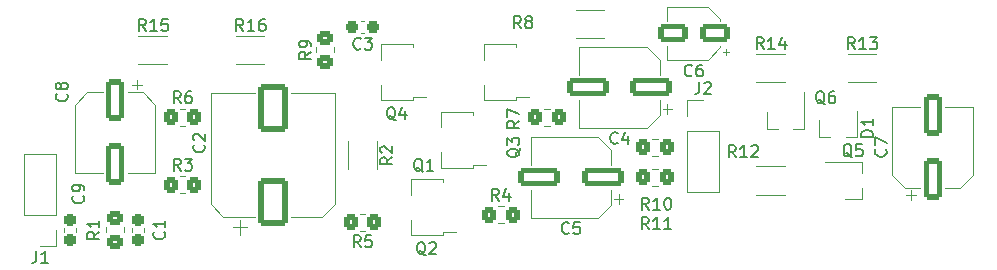
<source format=gto>
%TF.GenerationSoftware,KiCad,Pcbnew,(6.0.1)*%
%TF.CreationDate,2022-02-18T16:05:50+00:00*%
%TF.ProjectId,Microphone Booster,4d696372-6f70-4686-9f6e-6520426f6f73,rev?*%
%TF.SameCoordinates,Original*%
%TF.FileFunction,Legend,Top*%
%TF.FilePolarity,Positive*%
%FSLAX46Y46*%
G04 Gerber Fmt 4.6, Leading zero omitted, Abs format (unit mm)*
G04 Created by KiCad (PCBNEW (6.0.1)) date 2022-02-18 16:05:50*
%MOMM*%
%LPD*%
G01*
G04 APERTURE LIST*
G04 Aperture macros list*
%AMRoundRect*
0 Rectangle with rounded corners*
0 $1 Rounding radius*
0 $2 $3 $4 $5 $6 $7 $8 $9 X,Y pos of 4 corners*
0 Add a 4 corners polygon primitive as box body*
4,1,4,$2,$3,$4,$5,$6,$7,$8,$9,$2,$3,0*
0 Add four circle primitives for the rounded corners*
1,1,$1+$1,$2,$3*
1,1,$1+$1,$4,$5*
1,1,$1+$1,$6,$7*
1,1,$1+$1,$8,$9*
0 Add four rect primitives between the rounded corners*
20,1,$1+$1,$2,$3,$4,$5,0*
20,1,$1+$1,$4,$5,$6,$7,0*
20,1,$1+$1,$6,$7,$8,$9,0*
20,1,$1+$1,$8,$9,$2,$3,0*%
%AMFreePoly0*
4,1,9,5.362500,-0.866500,1.237500,-0.866500,1.237500,-0.450000,-1.237500,-0.450000,-1.237500,0.450000,1.237500,0.450000,1.237500,0.866500,5.362500,0.866500,5.362500,-0.866500,5.362500,-0.866500,$1*%
G04 Aperture macros list end*
%ADD10C,0.150000*%
%ADD11C,0.120000*%
%ADD12R,0.800000X1.900000*%
%ADD13R,1.900000X0.800000*%
%ADD14RoundRect,0.250000X1.050000X0.550000X-1.050000X0.550000X-1.050000X-0.550000X1.050000X-0.550000X0*%
%ADD15R,1.700000X1.700000*%
%ADD16O,1.700000X1.700000*%
%ADD17R,2.100000X2.600000*%
%ADD18RoundRect,0.250000X-0.350000X-0.450000X0.350000X-0.450000X0.350000X0.450000X-0.350000X0.450000X0*%
%ADD19RoundRect,0.250000X0.450000X-0.350000X0.450000X0.350000X-0.450000X0.350000X-0.450000X-0.350000X0*%
%ADD20RoundRect,0.250000X0.350000X0.450000X-0.350000X0.450000X-0.350000X-0.450000X0.350000X-0.450000X0*%
%ADD21R,2.600000X2.100000*%
%ADD22RoundRect,0.250000X-0.450000X0.350000X-0.450000X-0.350000X0.450000X-0.350000X0.450000X0.350000X0*%
%ADD23R,2.300000X0.900000*%
%ADD24FreePoly0,180.000000*%
%ADD25R,0.800000X0.900000*%
%ADD26RoundRect,0.237500X0.237500X-0.300000X0.237500X0.300000X-0.237500X0.300000X-0.237500X-0.300000X0*%
%ADD27RoundRect,0.250000X-0.550000X1.500000X-0.550000X-1.500000X0.550000X-1.500000X0.550000X1.500000X0*%
%ADD28RoundRect,0.250000X0.550000X-1.500000X0.550000X1.500000X-0.550000X1.500000X-0.550000X-1.500000X0*%
%ADD29RoundRect,0.250000X1.500000X0.550000X-1.500000X0.550000X-1.500000X-0.550000X1.500000X-0.550000X0*%
%ADD30RoundRect,0.237500X0.300000X0.237500X-0.300000X0.237500X-0.300000X-0.237500X0.300000X-0.237500X0*%
%ADD31RoundRect,0.250000X1.000000X-1.750000X1.000000X1.750000X-1.000000X1.750000X-1.000000X-1.750000X0*%
G04 APERTURE END LIST*
D10*
%TO.C,Q6*%
X123729761Y-73191619D02*
X123634523Y-73144000D01*
X123539285Y-73048761D01*
X123396428Y-72905904D01*
X123301190Y-72858285D01*
X123205952Y-72858285D01*
X123253571Y-73096380D02*
X123158333Y-73048761D01*
X123063095Y-72953523D01*
X123015476Y-72763047D01*
X123015476Y-72429714D01*
X123063095Y-72239238D01*
X123158333Y-72144000D01*
X123253571Y-72096380D01*
X123444047Y-72096380D01*
X123539285Y-72144000D01*
X123634523Y-72239238D01*
X123682142Y-72429714D01*
X123682142Y-72763047D01*
X123634523Y-72953523D01*
X123539285Y-73048761D01*
X123444047Y-73096380D01*
X123253571Y-73096380D01*
X124539285Y-72096380D02*
X124348809Y-72096380D01*
X124253571Y-72144000D01*
X124205952Y-72191619D01*
X124110714Y-72334476D01*
X124063095Y-72524952D01*
X124063095Y-72905904D01*
X124110714Y-73001142D01*
X124158333Y-73048761D01*
X124253571Y-73096380D01*
X124444047Y-73096380D01*
X124539285Y-73048761D01*
X124586904Y-73001142D01*
X124634523Y-72905904D01*
X124634523Y-72667809D01*
X124586904Y-72572571D01*
X124539285Y-72524952D01*
X124444047Y-72477333D01*
X124253571Y-72477333D01*
X124158333Y-72524952D01*
X124110714Y-72572571D01*
X124063095Y-72667809D01*
%TO.C,Q5*%
X126044761Y-77692619D02*
X125949523Y-77645000D01*
X125854285Y-77549761D01*
X125711428Y-77406904D01*
X125616190Y-77359285D01*
X125520952Y-77359285D01*
X125568571Y-77597380D02*
X125473333Y-77549761D01*
X125378095Y-77454523D01*
X125330476Y-77264047D01*
X125330476Y-76930714D01*
X125378095Y-76740238D01*
X125473333Y-76645000D01*
X125568571Y-76597380D01*
X125759047Y-76597380D01*
X125854285Y-76645000D01*
X125949523Y-76740238D01*
X125997142Y-76930714D01*
X125997142Y-77264047D01*
X125949523Y-77454523D01*
X125854285Y-77549761D01*
X125759047Y-77597380D01*
X125568571Y-77597380D01*
X126901904Y-76597380D02*
X126425714Y-76597380D01*
X126378095Y-77073571D01*
X126425714Y-77025952D01*
X126520952Y-76978333D01*
X126759047Y-76978333D01*
X126854285Y-77025952D01*
X126901904Y-77073571D01*
X126949523Y-77168809D01*
X126949523Y-77406904D01*
X126901904Y-77502142D01*
X126854285Y-77549761D01*
X126759047Y-77597380D01*
X126520952Y-77597380D01*
X126425714Y-77549761D01*
X126378095Y-77502142D01*
%TO.C,C6*%
X112482333Y-70740142D02*
X112434714Y-70787761D01*
X112291857Y-70835380D01*
X112196619Y-70835380D01*
X112053761Y-70787761D01*
X111958523Y-70692523D01*
X111910904Y-70597285D01*
X111863285Y-70406809D01*
X111863285Y-70263952D01*
X111910904Y-70073476D01*
X111958523Y-69978238D01*
X112053761Y-69883000D01*
X112196619Y-69835380D01*
X112291857Y-69835380D01*
X112434714Y-69883000D01*
X112482333Y-69930619D01*
X113339476Y-69835380D02*
X113149000Y-69835380D01*
X113053761Y-69883000D01*
X113006142Y-69930619D01*
X112910904Y-70073476D01*
X112863285Y-70263952D01*
X112863285Y-70644904D01*
X112910904Y-70740142D01*
X112958523Y-70787761D01*
X113053761Y-70835380D01*
X113244238Y-70835380D01*
X113339476Y-70787761D01*
X113387095Y-70740142D01*
X113434714Y-70644904D01*
X113434714Y-70406809D01*
X113387095Y-70311571D01*
X113339476Y-70263952D01*
X113244238Y-70216333D01*
X113053761Y-70216333D01*
X112958523Y-70263952D01*
X112910904Y-70311571D01*
X112863285Y-70406809D01*
%TO.C,J2*%
X113106666Y-71322380D02*
X113106666Y-72036666D01*
X113059047Y-72179523D01*
X112963809Y-72274761D01*
X112820952Y-72322380D01*
X112725714Y-72322380D01*
X113535238Y-71417619D02*
X113582857Y-71370000D01*
X113678095Y-71322380D01*
X113916190Y-71322380D01*
X114011428Y-71370000D01*
X114059047Y-71417619D01*
X114106666Y-71512857D01*
X114106666Y-71608095D01*
X114059047Y-71750952D01*
X113487619Y-72322380D01*
X114106666Y-72322380D01*
%TO.C,J1*%
X56976666Y-85602380D02*
X56976666Y-86316666D01*
X56929047Y-86459523D01*
X56833809Y-86554761D01*
X56690952Y-86602380D01*
X56595714Y-86602380D01*
X57976666Y-86602380D02*
X57405238Y-86602380D01*
X57690952Y-86602380D02*
X57690952Y-85602380D01*
X57595714Y-85745238D01*
X57500476Y-85840476D01*
X57405238Y-85888095D01*
%TO.C,R16*%
X74497142Y-66982380D02*
X74163809Y-66506190D01*
X73925714Y-66982380D02*
X73925714Y-65982380D01*
X74306666Y-65982380D01*
X74401904Y-66030000D01*
X74449523Y-66077619D01*
X74497142Y-66172857D01*
X74497142Y-66315714D01*
X74449523Y-66410952D01*
X74401904Y-66458571D01*
X74306666Y-66506190D01*
X73925714Y-66506190D01*
X75449523Y-66982380D02*
X74878095Y-66982380D01*
X75163809Y-66982380D02*
X75163809Y-65982380D01*
X75068571Y-66125238D01*
X74973333Y-66220476D01*
X74878095Y-66268095D01*
X76306666Y-65982380D02*
X76116190Y-65982380D01*
X76020952Y-66030000D01*
X75973333Y-66077619D01*
X75878095Y-66220476D01*
X75830476Y-66410952D01*
X75830476Y-66791904D01*
X75878095Y-66887142D01*
X75925714Y-66934761D01*
X76020952Y-66982380D01*
X76211428Y-66982380D01*
X76306666Y-66934761D01*
X76354285Y-66887142D01*
X76401904Y-66791904D01*
X76401904Y-66553809D01*
X76354285Y-66458571D01*
X76306666Y-66410952D01*
X76211428Y-66363333D01*
X76020952Y-66363333D01*
X75925714Y-66410952D01*
X75878095Y-66458571D01*
X75830476Y-66553809D01*
%TO.C,R15*%
X66242142Y-66982380D02*
X65908809Y-66506190D01*
X65670714Y-66982380D02*
X65670714Y-65982380D01*
X66051666Y-65982380D01*
X66146904Y-66030000D01*
X66194523Y-66077619D01*
X66242142Y-66172857D01*
X66242142Y-66315714D01*
X66194523Y-66410952D01*
X66146904Y-66458571D01*
X66051666Y-66506190D01*
X65670714Y-66506190D01*
X67194523Y-66982380D02*
X66623095Y-66982380D01*
X66908809Y-66982380D02*
X66908809Y-65982380D01*
X66813571Y-66125238D01*
X66718333Y-66220476D01*
X66623095Y-66268095D01*
X68099285Y-65982380D02*
X67623095Y-65982380D01*
X67575476Y-66458571D01*
X67623095Y-66410952D01*
X67718333Y-66363333D01*
X67956428Y-66363333D01*
X68051666Y-66410952D01*
X68099285Y-66458571D01*
X68146904Y-66553809D01*
X68146904Y-66791904D01*
X68099285Y-66887142D01*
X68051666Y-66934761D01*
X67956428Y-66982380D01*
X67718333Y-66982380D01*
X67623095Y-66934761D01*
X67575476Y-66887142D01*
%TO.C,R14*%
X118562142Y-68522380D02*
X118228809Y-68046190D01*
X117990714Y-68522380D02*
X117990714Y-67522380D01*
X118371666Y-67522380D01*
X118466904Y-67570000D01*
X118514523Y-67617619D01*
X118562142Y-67712857D01*
X118562142Y-67855714D01*
X118514523Y-67950952D01*
X118466904Y-67998571D01*
X118371666Y-68046190D01*
X117990714Y-68046190D01*
X119514523Y-68522380D02*
X118943095Y-68522380D01*
X119228809Y-68522380D02*
X119228809Y-67522380D01*
X119133571Y-67665238D01*
X119038333Y-67760476D01*
X118943095Y-67808095D01*
X120371666Y-67855714D02*
X120371666Y-68522380D01*
X120133571Y-67474761D02*
X119895476Y-68189047D01*
X120514523Y-68189047D01*
%TO.C,R13*%
X126272142Y-68522380D02*
X125938809Y-68046190D01*
X125700714Y-68522380D02*
X125700714Y-67522380D01*
X126081666Y-67522380D01*
X126176904Y-67570000D01*
X126224523Y-67617619D01*
X126272142Y-67712857D01*
X126272142Y-67855714D01*
X126224523Y-67950952D01*
X126176904Y-67998571D01*
X126081666Y-68046190D01*
X125700714Y-68046190D01*
X127224523Y-68522380D02*
X126653095Y-68522380D01*
X126938809Y-68522380D02*
X126938809Y-67522380D01*
X126843571Y-67665238D01*
X126748333Y-67760476D01*
X126653095Y-67808095D01*
X127557857Y-67522380D02*
X128176904Y-67522380D01*
X127843571Y-67903333D01*
X127986428Y-67903333D01*
X128081666Y-67950952D01*
X128129285Y-67998571D01*
X128176904Y-68093809D01*
X128176904Y-68331904D01*
X128129285Y-68427142D01*
X128081666Y-68474761D01*
X127986428Y-68522380D01*
X127700714Y-68522380D01*
X127605476Y-68474761D01*
X127557857Y-68427142D01*
%TO.C,R12*%
X116197142Y-77668380D02*
X115863809Y-77192190D01*
X115625714Y-77668380D02*
X115625714Y-76668380D01*
X116006666Y-76668380D01*
X116101904Y-76716000D01*
X116149523Y-76763619D01*
X116197142Y-76858857D01*
X116197142Y-77001714D01*
X116149523Y-77096952D01*
X116101904Y-77144571D01*
X116006666Y-77192190D01*
X115625714Y-77192190D01*
X117149523Y-77668380D02*
X116578095Y-77668380D01*
X116863809Y-77668380D02*
X116863809Y-76668380D01*
X116768571Y-76811238D01*
X116673333Y-76906476D01*
X116578095Y-76954095D01*
X117530476Y-76763619D02*
X117578095Y-76716000D01*
X117673333Y-76668380D01*
X117911428Y-76668380D01*
X118006666Y-76716000D01*
X118054285Y-76763619D01*
X118101904Y-76858857D01*
X118101904Y-76954095D01*
X118054285Y-77096952D01*
X117482857Y-77668380D01*
X118101904Y-77668380D01*
%TO.C,R11*%
X108831142Y-83764380D02*
X108497809Y-83288190D01*
X108259714Y-83764380D02*
X108259714Y-82764380D01*
X108640666Y-82764380D01*
X108735904Y-82812000D01*
X108783523Y-82859619D01*
X108831142Y-82954857D01*
X108831142Y-83097714D01*
X108783523Y-83192952D01*
X108735904Y-83240571D01*
X108640666Y-83288190D01*
X108259714Y-83288190D01*
X109783523Y-83764380D02*
X109212095Y-83764380D01*
X109497809Y-83764380D02*
X109497809Y-82764380D01*
X109402571Y-82907238D01*
X109307333Y-83002476D01*
X109212095Y-83050095D01*
X110735904Y-83764380D02*
X110164476Y-83764380D01*
X110450190Y-83764380D02*
X110450190Y-82764380D01*
X110354952Y-82907238D01*
X110259714Y-83002476D01*
X110164476Y-83050095D01*
%TO.C,R10*%
X108831142Y-82113380D02*
X108497809Y-81637190D01*
X108259714Y-82113380D02*
X108259714Y-81113380D01*
X108640666Y-81113380D01*
X108735904Y-81161000D01*
X108783523Y-81208619D01*
X108831142Y-81303857D01*
X108831142Y-81446714D01*
X108783523Y-81541952D01*
X108735904Y-81589571D01*
X108640666Y-81637190D01*
X108259714Y-81637190D01*
X109783523Y-82113380D02*
X109212095Y-82113380D01*
X109497809Y-82113380D02*
X109497809Y-81113380D01*
X109402571Y-81256238D01*
X109307333Y-81351476D01*
X109212095Y-81399095D01*
X110402571Y-81113380D02*
X110497809Y-81113380D01*
X110593047Y-81161000D01*
X110640666Y-81208619D01*
X110688285Y-81303857D01*
X110735904Y-81494333D01*
X110735904Y-81732428D01*
X110688285Y-81922904D01*
X110640666Y-82018142D01*
X110593047Y-82065761D01*
X110497809Y-82113380D01*
X110402571Y-82113380D01*
X110307333Y-82065761D01*
X110259714Y-82018142D01*
X110212095Y-81922904D01*
X110164476Y-81732428D01*
X110164476Y-81494333D01*
X110212095Y-81303857D01*
X110259714Y-81208619D01*
X110307333Y-81161000D01*
X110402571Y-81113380D01*
%TO.C,R9*%
X80242380Y-68746666D02*
X79766190Y-69080000D01*
X80242380Y-69318095D02*
X79242380Y-69318095D01*
X79242380Y-68937142D01*
X79290000Y-68841904D01*
X79337619Y-68794285D01*
X79432857Y-68746666D01*
X79575714Y-68746666D01*
X79670952Y-68794285D01*
X79718571Y-68841904D01*
X79766190Y-68937142D01*
X79766190Y-69318095D01*
X80242380Y-68270476D02*
X80242380Y-68080000D01*
X80194761Y-67984761D01*
X80147142Y-67937142D01*
X80004285Y-67841904D01*
X79813809Y-67794285D01*
X79432857Y-67794285D01*
X79337619Y-67841904D01*
X79290000Y-67889523D01*
X79242380Y-67984761D01*
X79242380Y-68175238D01*
X79290000Y-68270476D01*
X79337619Y-68318095D01*
X79432857Y-68365714D01*
X79670952Y-68365714D01*
X79766190Y-68318095D01*
X79813809Y-68270476D01*
X79861428Y-68175238D01*
X79861428Y-67984761D01*
X79813809Y-67889523D01*
X79766190Y-67841904D01*
X79670952Y-67794285D01*
%TO.C,R8*%
X98004333Y-66746380D02*
X97671000Y-66270190D01*
X97432904Y-66746380D02*
X97432904Y-65746380D01*
X97813857Y-65746380D01*
X97909095Y-65794000D01*
X97956714Y-65841619D01*
X98004333Y-65936857D01*
X98004333Y-66079714D01*
X97956714Y-66174952D01*
X97909095Y-66222571D01*
X97813857Y-66270190D01*
X97432904Y-66270190D01*
X98575761Y-66174952D02*
X98480523Y-66127333D01*
X98432904Y-66079714D01*
X98385285Y-65984476D01*
X98385285Y-65936857D01*
X98432904Y-65841619D01*
X98480523Y-65794000D01*
X98575761Y-65746380D01*
X98766238Y-65746380D01*
X98861476Y-65794000D01*
X98909095Y-65841619D01*
X98956714Y-65936857D01*
X98956714Y-65984476D01*
X98909095Y-66079714D01*
X98861476Y-66127333D01*
X98766238Y-66174952D01*
X98575761Y-66174952D01*
X98480523Y-66222571D01*
X98432904Y-66270190D01*
X98385285Y-66365428D01*
X98385285Y-66555904D01*
X98432904Y-66651142D01*
X98480523Y-66698761D01*
X98575761Y-66746380D01*
X98766238Y-66746380D01*
X98861476Y-66698761D01*
X98909095Y-66651142D01*
X98956714Y-66555904D01*
X98956714Y-66365428D01*
X98909095Y-66270190D01*
X98861476Y-66222571D01*
X98766238Y-66174952D01*
%TO.C,R7*%
X97861380Y-74588666D02*
X97385190Y-74922000D01*
X97861380Y-75160095D02*
X96861380Y-75160095D01*
X96861380Y-74779142D01*
X96909000Y-74683904D01*
X96956619Y-74636285D01*
X97051857Y-74588666D01*
X97194714Y-74588666D01*
X97289952Y-74636285D01*
X97337571Y-74683904D01*
X97385190Y-74779142D01*
X97385190Y-75160095D01*
X96861380Y-74255333D02*
X96861380Y-73588666D01*
X97861380Y-74017238D01*
%TO.C,R6*%
X69208333Y-73097380D02*
X68875000Y-72621190D01*
X68636904Y-73097380D02*
X68636904Y-72097380D01*
X69017857Y-72097380D01*
X69113095Y-72145000D01*
X69160714Y-72192619D01*
X69208333Y-72287857D01*
X69208333Y-72430714D01*
X69160714Y-72525952D01*
X69113095Y-72573571D01*
X69017857Y-72621190D01*
X68636904Y-72621190D01*
X70065476Y-72097380D02*
X69875000Y-72097380D01*
X69779761Y-72145000D01*
X69732142Y-72192619D01*
X69636904Y-72335476D01*
X69589285Y-72525952D01*
X69589285Y-72906904D01*
X69636904Y-73002142D01*
X69684523Y-73049761D01*
X69779761Y-73097380D01*
X69970238Y-73097380D01*
X70065476Y-73049761D01*
X70113095Y-73002142D01*
X70160714Y-72906904D01*
X70160714Y-72668809D01*
X70113095Y-72573571D01*
X70065476Y-72525952D01*
X69970238Y-72478333D01*
X69779761Y-72478333D01*
X69684523Y-72525952D01*
X69636904Y-72573571D01*
X69589285Y-72668809D01*
%TO.C,R5*%
X84448333Y-85287380D02*
X84115000Y-84811190D01*
X83876904Y-85287380D02*
X83876904Y-84287380D01*
X84257857Y-84287380D01*
X84353095Y-84335000D01*
X84400714Y-84382619D01*
X84448333Y-84477857D01*
X84448333Y-84620714D01*
X84400714Y-84715952D01*
X84353095Y-84763571D01*
X84257857Y-84811190D01*
X83876904Y-84811190D01*
X85353095Y-84287380D02*
X84876904Y-84287380D01*
X84829285Y-84763571D01*
X84876904Y-84715952D01*
X84972142Y-84668333D01*
X85210238Y-84668333D01*
X85305476Y-84715952D01*
X85353095Y-84763571D01*
X85400714Y-84858809D01*
X85400714Y-85096904D01*
X85353095Y-85192142D01*
X85305476Y-85239761D01*
X85210238Y-85287380D01*
X84972142Y-85287380D01*
X84876904Y-85239761D01*
X84829285Y-85192142D01*
%TO.C,R4*%
X96148333Y-81352380D02*
X95815000Y-80876190D01*
X95576904Y-81352380D02*
X95576904Y-80352380D01*
X95957857Y-80352380D01*
X96053095Y-80400000D01*
X96100714Y-80447619D01*
X96148333Y-80542857D01*
X96148333Y-80685714D01*
X96100714Y-80780952D01*
X96053095Y-80828571D01*
X95957857Y-80876190D01*
X95576904Y-80876190D01*
X97005476Y-80685714D02*
X97005476Y-81352380D01*
X96767380Y-80304761D02*
X96529285Y-81019047D01*
X97148333Y-81019047D01*
%TO.C,R3*%
X69208333Y-78812380D02*
X68875000Y-78336190D01*
X68636904Y-78812380D02*
X68636904Y-77812380D01*
X69017857Y-77812380D01*
X69113095Y-77860000D01*
X69160714Y-77907619D01*
X69208333Y-78002857D01*
X69208333Y-78145714D01*
X69160714Y-78240952D01*
X69113095Y-78288571D01*
X69017857Y-78336190D01*
X68636904Y-78336190D01*
X69541666Y-77812380D02*
X70160714Y-77812380D01*
X69827380Y-78193333D01*
X69970238Y-78193333D01*
X70065476Y-78240952D01*
X70113095Y-78288571D01*
X70160714Y-78383809D01*
X70160714Y-78621904D01*
X70113095Y-78717142D01*
X70065476Y-78764761D01*
X69970238Y-78812380D01*
X69684523Y-78812380D01*
X69589285Y-78764761D01*
X69541666Y-78717142D01*
%TO.C,R2*%
X87117380Y-77686666D02*
X86641190Y-78020000D01*
X87117380Y-78258095D02*
X86117380Y-78258095D01*
X86117380Y-77877142D01*
X86165000Y-77781904D01*
X86212619Y-77734285D01*
X86307857Y-77686666D01*
X86450714Y-77686666D01*
X86545952Y-77734285D01*
X86593571Y-77781904D01*
X86641190Y-77877142D01*
X86641190Y-78258095D01*
X86212619Y-77305714D02*
X86165000Y-77258095D01*
X86117380Y-77162857D01*
X86117380Y-76924761D01*
X86165000Y-76829523D01*
X86212619Y-76781904D01*
X86307857Y-76734285D01*
X86403095Y-76734285D01*
X86545952Y-76781904D01*
X87117380Y-77353333D01*
X87117380Y-76734285D01*
%TO.C,R1*%
X62301380Y-83986666D02*
X61825190Y-84320000D01*
X62301380Y-84558095D02*
X61301380Y-84558095D01*
X61301380Y-84177142D01*
X61349000Y-84081904D01*
X61396619Y-84034285D01*
X61491857Y-83986666D01*
X61634714Y-83986666D01*
X61729952Y-84034285D01*
X61777571Y-84081904D01*
X61825190Y-84177142D01*
X61825190Y-84558095D01*
X62301380Y-83034285D02*
X62301380Y-83605714D01*
X62301380Y-83320000D02*
X61301380Y-83320000D01*
X61444238Y-83415238D01*
X61539476Y-83510476D01*
X61587095Y-83605714D01*
%TO.C,Q4*%
X87394761Y-74532619D02*
X87299523Y-74485000D01*
X87204285Y-74389761D01*
X87061428Y-74246904D01*
X86966190Y-74199285D01*
X86870952Y-74199285D01*
X86918571Y-74437380D02*
X86823333Y-74389761D01*
X86728095Y-74294523D01*
X86680476Y-74104047D01*
X86680476Y-73770714D01*
X86728095Y-73580238D01*
X86823333Y-73485000D01*
X86918571Y-73437380D01*
X87109047Y-73437380D01*
X87204285Y-73485000D01*
X87299523Y-73580238D01*
X87347142Y-73770714D01*
X87347142Y-74104047D01*
X87299523Y-74294523D01*
X87204285Y-74389761D01*
X87109047Y-74437380D01*
X86918571Y-74437380D01*
X88204285Y-73770714D02*
X88204285Y-74437380D01*
X87966190Y-73389761D02*
X87728095Y-74104047D01*
X88347142Y-74104047D01*
%TO.C,Q3*%
X97956619Y-76930238D02*
X97909000Y-77025476D01*
X97813761Y-77120714D01*
X97670904Y-77263571D01*
X97623285Y-77358809D01*
X97623285Y-77454047D01*
X97861380Y-77406428D02*
X97813761Y-77501666D01*
X97718523Y-77596904D01*
X97528047Y-77644523D01*
X97194714Y-77644523D01*
X97004238Y-77596904D01*
X96909000Y-77501666D01*
X96861380Y-77406428D01*
X96861380Y-77215952D01*
X96909000Y-77120714D01*
X97004238Y-77025476D01*
X97194714Y-76977857D01*
X97528047Y-76977857D01*
X97718523Y-77025476D01*
X97813761Y-77120714D01*
X97861380Y-77215952D01*
X97861380Y-77406428D01*
X96861380Y-76644523D02*
X96861380Y-76025476D01*
X97242333Y-76358809D01*
X97242333Y-76215952D01*
X97289952Y-76120714D01*
X97337571Y-76073095D01*
X97432809Y-76025476D01*
X97670904Y-76025476D01*
X97766142Y-76073095D01*
X97813761Y-76120714D01*
X97861380Y-76215952D01*
X97861380Y-76501666D01*
X97813761Y-76596904D01*
X97766142Y-76644523D01*
%TO.C,Q2*%
X89934761Y-85962619D02*
X89839523Y-85915000D01*
X89744285Y-85819761D01*
X89601428Y-85676904D01*
X89506190Y-85629285D01*
X89410952Y-85629285D01*
X89458571Y-85867380D02*
X89363333Y-85819761D01*
X89268095Y-85724523D01*
X89220476Y-85534047D01*
X89220476Y-85200714D01*
X89268095Y-85010238D01*
X89363333Y-84915000D01*
X89458571Y-84867380D01*
X89649047Y-84867380D01*
X89744285Y-84915000D01*
X89839523Y-85010238D01*
X89887142Y-85200714D01*
X89887142Y-85534047D01*
X89839523Y-85724523D01*
X89744285Y-85819761D01*
X89649047Y-85867380D01*
X89458571Y-85867380D01*
X90268095Y-84962619D02*
X90315714Y-84915000D01*
X90410952Y-84867380D01*
X90649047Y-84867380D01*
X90744285Y-84915000D01*
X90791904Y-84962619D01*
X90839523Y-85057857D01*
X90839523Y-85153095D01*
X90791904Y-85295952D01*
X90220476Y-85867380D01*
X90839523Y-85867380D01*
%TO.C,Q1*%
X89693761Y-78906619D02*
X89598523Y-78859000D01*
X89503285Y-78763761D01*
X89360428Y-78620904D01*
X89265190Y-78573285D01*
X89169952Y-78573285D01*
X89217571Y-78811380D02*
X89122333Y-78763761D01*
X89027095Y-78668523D01*
X88979476Y-78478047D01*
X88979476Y-78144714D01*
X89027095Y-77954238D01*
X89122333Y-77859000D01*
X89217571Y-77811380D01*
X89408047Y-77811380D01*
X89503285Y-77859000D01*
X89598523Y-77954238D01*
X89646142Y-78144714D01*
X89646142Y-78478047D01*
X89598523Y-78668523D01*
X89503285Y-78763761D01*
X89408047Y-78811380D01*
X89217571Y-78811380D01*
X90598523Y-78811380D02*
X90027095Y-78811380D01*
X90312809Y-78811380D02*
X90312809Y-77811380D01*
X90217571Y-77954238D01*
X90122333Y-78049476D01*
X90027095Y-78097095D01*
%TO.C,D1*%
X127822380Y-75938095D02*
X126822380Y-75938095D01*
X126822380Y-75700000D01*
X126870000Y-75557142D01*
X126965238Y-75461904D01*
X127060476Y-75414285D01*
X127250952Y-75366666D01*
X127393809Y-75366666D01*
X127584285Y-75414285D01*
X127679523Y-75461904D01*
X127774761Y-75557142D01*
X127822380Y-75700000D01*
X127822380Y-75938095D01*
X127822380Y-74414285D02*
X127822380Y-74985714D01*
X127822380Y-74700000D02*
X126822380Y-74700000D01*
X126965238Y-74795238D01*
X127060476Y-74890476D01*
X127108095Y-74985714D01*
%TO.C,C9*%
X60936142Y-80938666D02*
X60983761Y-80986285D01*
X61031380Y-81129142D01*
X61031380Y-81224380D01*
X60983761Y-81367238D01*
X60888523Y-81462476D01*
X60793285Y-81510095D01*
X60602809Y-81557714D01*
X60459952Y-81557714D01*
X60269476Y-81510095D01*
X60174238Y-81462476D01*
X60079000Y-81367238D01*
X60031380Y-81224380D01*
X60031380Y-81129142D01*
X60079000Y-80986285D01*
X60126619Y-80938666D01*
X61031380Y-80462476D02*
X61031380Y-80272000D01*
X60983761Y-80176761D01*
X60936142Y-80129142D01*
X60793285Y-80033904D01*
X60602809Y-79986285D01*
X60221857Y-79986285D01*
X60126619Y-80033904D01*
X60079000Y-80081523D01*
X60031380Y-80176761D01*
X60031380Y-80367238D01*
X60079000Y-80462476D01*
X60126619Y-80510095D01*
X60221857Y-80557714D01*
X60459952Y-80557714D01*
X60555190Y-80510095D01*
X60602809Y-80462476D01*
X60650428Y-80367238D01*
X60650428Y-80176761D01*
X60602809Y-80081523D01*
X60555190Y-80033904D01*
X60459952Y-79986285D01*
%TO.C,C8*%
X59539142Y-72302666D02*
X59586761Y-72350285D01*
X59634380Y-72493142D01*
X59634380Y-72588380D01*
X59586761Y-72731238D01*
X59491523Y-72826476D01*
X59396285Y-72874095D01*
X59205809Y-72921714D01*
X59062952Y-72921714D01*
X58872476Y-72874095D01*
X58777238Y-72826476D01*
X58682000Y-72731238D01*
X58634380Y-72588380D01*
X58634380Y-72493142D01*
X58682000Y-72350285D01*
X58729619Y-72302666D01*
X59062952Y-71731238D02*
X59015333Y-71826476D01*
X58967714Y-71874095D01*
X58872476Y-71921714D01*
X58824857Y-71921714D01*
X58729619Y-71874095D01*
X58682000Y-71826476D01*
X58634380Y-71731238D01*
X58634380Y-71540761D01*
X58682000Y-71445523D01*
X58729619Y-71397904D01*
X58824857Y-71350285D01*
X58872476Y-71350285D01*
X58967714Y-71397904D01*
X59015333Y-71445523D01*
X59062952Y-71540761D01*
X59062952Y-71731238D01*
X59110571Y-71826476D01*
X59158190Y-71874095D01*
X59253428Y-71921714D01*
X59443904Y-71921714D01*
X59539142Y-71874095D01*
X59586761Y-71826476D01*
X59634380Y-71731238D01*
X59634380Y-71540761D01*
X59586761Y-71445523D01*
X59539142Y-71397904D01*
X59443904Y-71350285D01*
X59253428Y-71350285D01*
X59158190Y-71397904D01*
X59110571Y-71445523D01*
X59062952Y-71540761D01*
%TO.C,C7*%
X128882142Y-77001666D02*
X128929761Y-77049285D01*
X128977380Y-77192142D01*
X128977380Y-77287380D01*
X128929761Y-77430238D01*
X128834523Y-77525476D01*
X128739285Y-77573095D01*
X128548809Y-77620714D01*
X128405952Y-77620714D01*
X128215476Y-77573095D01*
X128120238Y-77525476D01*
X128025000Y-77430238D01*
X127977380Y-77287380D01*
X127977380Y-77192142D01*
X128025000Y-77049285D01*
X128072619Y-77001666D01*
X127977380Y-76668333D02*
X127977380Y-76001666D01*
X128977380Y-76430238D01*
%TO.C,C5*%
X102068333Y-84082142D02*
X102020714Y-84129761D01*
X101877857Y-84177380D01*
X101782619Y-84177380D01*
X101639761Y-84129761D01*
X101544523Y-84034523D01*
X101496904Y-83939285D01*
X101449285Y-83748809D01*
X101449285Y-83605952D01*
X101496904Y-83415476D01*
X101544523Y-83320238D01*
X101639761Y-83225000D01*
X101782619Y-83177380D01*
X101877857Y-83177380D01*
X102020714Y-83225000D01*
X102068333Y-83272619D01*
X102973095Y-83177380D02*
X102496904Y-83177380D01*
X102449285Y-83653571D01*
X102496904Y-83605952D01*
X102592142Y-83558333D01*
X102830238Y-83558333D01*
X102925476Y-83605952D01*
X102973095Y-83653571D01*
X103020714Y-83748809D01*
X103020714Y-83986904D01*
X102973095Y-84082142D01*
X102925476Y-84129761D01*
X102830238Y-84177380D01*
X102592142Y-84177380D01*
X102496904Y-84129761D01*
X102449285Y-84082142D01*
%TO.C,C4*%
X106198333Y-76462142D02*
X106150714Y-76509761D01*
X106007857Y-76557380D01*
X105912619Y-76557380D01*
X105769761Y-76509761D01*
X105674523Y-76414523D01*
X105626904Y-76319285D01*
X105579285Y-76128809D01*
X105579285Y-75985952D01*
X105626904Y-75795476D01*
X105674523Y-75700238D01*
X105769761Y-75605000D01*
X105912619Y-75557380D01*
X106007857Y-75557380D01*
X106150714Y-75605000D01*
X106198333Y-75652619D01*
X107055476Y-75890714D02*
X107055476Y-76557380D01*
X106817380Y-75509761D02*
X106579285Y-76224047D01*
X107198333Y-76224047D01*
%TO.C,C3*%
X84448333Y-68462142D02*
X84400714Y-68509761D01*
X84257857Y-68557380D01*
X84162619Y-68557380D01*
X84019761Y-68509761D01*
X83924523Y-68414523D01*
X83876904Y-68319285D01*
X83829285Y-68128809D01*
X83829285Y-67985952D01*
X83876904Y-67795476D01*
X83924523Y-67700238D01*
X84019761Y-67605000D01*
X84162619Y-67557380D01*
X84257857Y-67557380D01*
X84400714Y-67605000D01*
X84448333Y-67652619D01*
X84781666Y-67557380D02*
X85400714Y-67557380D01*
X85067380Y-67938333D01*
X85210238Y-67938333D01*
X85305476Y-67985952D01*
X85353095Y-68033571D01*
X85400714Y-68128809D01*
X85400714Y-68366904D01*
X85353095Y-68462142D01*
X85305476Y-68509761D01*
X85210238Y-68557380D01*
X84924523Y-68557380D01*
X84829285Y-68509761D01*
X84781666Y-68462142D01*
%TO.C,C2*%
X71152142Y-76620666D02*
X71199761Y-76668285D01*
X71247380Y-76811142D01*
X71247380Y-76906380D01*
X71199761Y-77049238D01*
X71104523Y-77144476D01*
X71009285Y-77192095D01*
X70818809Y-77239714D01*
X70675952Y-77239714D01*
X70485476Y-77192095D01*
X70390238Y-77144476D01*
X70295000Y-77049238D01*
X70247380Y-76906380D01*
X70247380Y-76811142D01*
X70295000Y-76668285D01*
X70342619Y-76620666D01*
X70342619Y-76239714D02*
X70295000Y-76192095D01*
X70247380Y-76096857D01*
X70247380Y-75858761D01*
X70295000Y-75763523D01*
X70342619Y-75715904D01*
X70437857Y-75668285D01*
X70533095Y-75668285D01*
X70675952Y-75715904D01*
X71247380Y-76287333D01*
X71247380Y-75668285D01*
%TO.C,C1*%
X67794142Y-83986666D02*
X67841761Y-84034285D01*
X67889380Y-84177142D01*
X67889380Y-84272380D01*
X67841761Y-84415238D01*
X67746523Y-84510476D01*
X67651285Y-84558095D01*
X67460809Y-84605714D01*
X67317952Y-84605714D01*
X67127476Y-84558095D01*
X67032238Y-84510476D01*
X66937000Y-84415238D01*
X66889380Y-84272380D01*
X66889380Y-84177142D01*
X66937000Y-84034285D01*
X66984619Y-83986666D01*
X67889380Y-83034285D02*
X67889380Y-83605714D01*
X67889380Y-83320000D02*
X66889380Y-83320000D01*
X67032238Y-83415238D01*
X67127476Y-83510476D01*
X67175095Y-83605714D01*
D11*
%TO.C,Q6*%
X122005000Y-75325000D02*
X122005000Y-72165000D01*
X118845000Y-75325000D02*
X118845000Y-73865000D01*
X118845000Y-75325000D02*
X119775000Y-75325000D01*
X122005000Y-75325000D02*
X121075000Y-75325000D01*
%TO.C,Q5*%
X126900000Y-78065000D02*
X123740000Y-78065000D01*
X126900000Y-81225000D02*
X125440000Y-81225000D01*
X126900000Y-81225000D02*
X126900000Y-80295000D01*
X126900000Y-78065000D02*
X126900000Y-78995000D01*
%TO.C,C6*%
X114909000Y-65987437D02*
X113844563Y-64923000D01*
X110389000Y-64923000D02*
X110389000Y-66123000D01*
X110389000Y-69443000D02*
X110389000Y-68243000D01*
X113844563Y-64923000D02*
X110389000Y-64923000D01*
X114909000Y-68378563D02*
X114909000Y-68243000D01*
X113844563Y-69443000D02*
X110389000Y-69443000D01*
X115399000Y-68993000D02*
X115399000Y-68493000D01*
X114909000Y-65987437D02*
X114909000Y-66123000D01*
X115649000Y-68743000D02*
X115149000Y-68743000D01*
X114909000Y-68378563D02*
X113844563Y-69443000D01*
%TO.C,J2*%
X112110000Y-80610000D02*
X114770000Y-80610000D01*
X112110000Y-75470000D02*
X112110000Y-80610000D01*
X112110000Y-74200000D02*
X112110000Y-72870000D01*
X114770000Y-75470000D02*
X114770000Y-80610000D01*
X112110000Y-72870000D02*
X113440000Y-72870000D01*
X112110000Y-75470000D02*
X114770000Y-75470000D01*
%TO.C,J1*%
X58640000Y-82550000D02*
X55980000Y-82550000D01*
X58640000Y-85150000D02*
X57310000Y-85150000D01*
X55980000Y-82550000D02*
X55980000Y-77410000D01*
X58640000Y-83820000D02*
X58640000Y-85150000D01*
X58640000Y-82550000D02*
X58640000Y-77410000D01*
X58640000Y-77410000D02*
X55980000Y-77410000D01*
%TO.C,R16*%
X76290000Y-69780000D02*
X73890000Y-69780000D01*
X76290000Y-67380000D02*
X73890000Y-67380000D01*
%TO.C,R15*%
X68035000Y-67380000D02*
X65635000Y-67380000D01*
X68035000Y-69780000D02*
X65635000Y-69780000D01*
%TO.C,R14*%
X120355000Y-68920000D02*
X117955000Y-68920000D01*
X120355000Y-71320000D02*
X117955000Y-71320000D01*
%TO.C,R13*%
X128065000Y-68920000D02*
X125665000Y-68920000D01*
X128065000Y-71320000D02*
X125665000Y-71320000D01*
%TO.C,R12*%
X120355000Y-78445000D02*
X117955000Y-78445000D01*
X120355000Y-80845000D02*
X117955000Y-80845000D01*
%TO.C,R11*%
X109152936Y-78640000D02*
X109607064Y-78640000D01*
X109152936Y-80110000D02*
X109607064Y-80110000D01*
%TO.C,R10*%
X109152936Y-77570000D02*
X109607064Y-77570000D01*
X109152936Y-76100000D02*
X109607064Y-76100000D01*
%TO.C,R9*%
X80705000Y-68807064D02*
X80705000Y-68352936D01*
X82175000Y-68807064D02*
X82175000Y-68352936D01*
%TO.C,R8*%
X105086000Y-65221000D02*
X102686000Y-65221000D01*
X105086000Y-67621000D02*
X102686000Y-67621000D01*
%TO.C,R7*%
X100447064Y-73560000D02*
X99992936Y-73560000D01*
X100447064Y-75030000D02*
X99992936Y-75030000D01*
%TO.C,R6*%
X69147936Y-73560000D02*
X69602064Y-73560000D01*
X69147936Y-75030000D02*
X69602064Y-75030000D01*
%TO.C,R5*%
X84842064Y-83920000D02*
X84387936Y-83920000D01*
X84842064Y-82450000D02*
X84387936Y-82450000D01*
%TO.C,R4*%
X96087936Y-81815000D02*
X96542064Y-81815000D01*
X96087936Y-83285000D02*
X96542064Y-83285000D01*
%TO.C,R3*%
X69147936Y-79275000D02*
X69602064Y-79275000D01*
X69147936Y-80745000D02*
X69602064Y-80745000D01*
%TO.C,R2*%
X83415000Y-78670000D02*
X83415000Y-76270000D01*
X85815000Y-78670000D02*
X85815000Y-76270000D01*
%TO.C,R1*%
X62925000Y-83592936D02*
X62925000Y-84047064D01*
X64395000Y-83592936D02*
X64395000Y-84047064D01*
%TO.C,Q4*%
X89990000Y-72615000D02*
X88850000Y-72615000D01*
X86130000Y-68125000D02*
X88850000Y-68125000D01*
X88850000Y-68125000D02*
X88850000Y-68355000D01*
X88850000Y-72845000D02*
X86130000Y-72845000D01*
X88850000Y-72845000D02*
X88850000Y-72615000D01*
X86130000Y-72845000D02*
X86130000Y-71535000D01*
X86130000Y-69435000D02*
X86130000Y-68125000D01*
%TO.C,Q3*%
X98722500Y-72615000D02*
X97582500Y-72615000D01*
X94862500Y-68125000D02*
X97582500Y-68125000D01*
X97582500Y-68125000D02*
X97582500Y-68355000D01*
X97582500Y-72845000D02*
X94862500Y-72845000D01*
X97582500Y-72845000D02*
X97582500Y-72615000D01*
X94862500Y-72845000D02*
X94862500Y-71535000D01*
X94862500Y-69435000D02*
X94862500Y-68125000D01*
%TO.C,Q2*%
X92530000Y-84045000D02*
X91390000Y-84045000D01*
X88670000Y-79555000D02*
X91390000Y-79555000D01*
X91390000Y-79555000D02*
X91390000Y-79785000D01*
X91390000Y-84275000D02*
X88670000Y-84275000D01*
X91390000Y-84275000D02*
X91390000Y-84045000D01*
X88670000Y-84275000D02*
X88670000Y-82965000D01*
X88670000Y-80865000D02*
X88670000Y-79555000D01*
%TO.C,Q1*%
X95070000Y-78330000D02*
X93930000Y-78330000D01*
X91210000Y-73840000D02*
X93930000Y-73840000D01*
X93930000Y-73840000D02*
X93930000Y-74070000D01*
X93930000Y-78560000D02*
X91210000Y-78560000D01*
X93930000Y-78560000D02*
X93930000Y-78330000D01*
X91210000Y-78560000D02*
X91210000Y-77250000D01*
X91210000Y-75150000D02*
X91210000Y-73840000D01*
%TO.C,D1*%
X126450000Y-75960000D02*
X125520000Y-75960000D01*
X126450000Y-75960000D02*
X126450000Y-73800000D01*
X123290000Y-75960000D02*
X123290000Y-74500000D01*
X123290000Y-75960000D02*
X124220000Y-75960000D01*
%TO.C,C9*%
X59340000Y-83966267D02*
X59340000Y-83673733D01*
X60360000Y-83966267D02*
X60360000Y-83673733D01*
%TO.C,C8*%
X60250000Y-73219437D02*
X60250000Y-78975000D01*
X65901250Y-71521250D02*
X65113750Y-71521250D01*
X66005563Y-72155000D02*
X64720000Y-72155000D01*
X66005563Y-72155000D02*
X67070000Y-73219437D01*
X67070000Y-73219437D02*
X67070000Y-78975000D01*
X65507500Y-71127500D02*
X65507500Y-71915000D01*
X61314437Y-72155000D02*
X62600000Y-72155000D01*
X60250000Y-78975000D02*
X62600000Y-78975000D01*
X67070000Y-78975000D02*
X64720000Y-78975000D01*
X61314437Y-72155000D02*
X60250000Y-73219437D01*
%TO.C,C7*%
X135220563Y-80245000D02*
X136285000Y-79180563D01*
X129465000Y-73425000D02*
X131815000Y-73425000D01*
X136285000Y-73425000D02*
X133935000Y-73425000D01*
X135220563Y-80245000D02*
X133935000Y-80245000D01*
X131027500Y-81272500D02*
X131027500Y-80485000D01*
X129465000Y-79180563D02*
X129465000Y-73425000D01*
X130529437Y-80245000D02*
X129465000Y-79180563D01*
X130529437Y-80245000D02*
X131815000Y-80245000D01*
X130633750Y-80878750D02*
X131421250Y-80878750D01*
X136285000Y-79180563D02*
X136285000Y-73425000D01*
%TO.C,C5*%
X105645000Y-77029437D02*
X104580563Y-75965000D01*
X98825000Y-82785000D02*
X98825000Y-80435000D01*
X98825000Y-75965000D02*
X98825000Y-78315000D01*
X105645000Y-77029437D02*
X105645000Y-78315000D01*
X106672500Y-81222500D02*
X105885000Y-81222500D01*
X104580563Y-82785000D02*
X98825000Y-82785000D01*
X105645000Y-81720563D02*
X104580563Y-82785000D01*
X105645000Y-81720563D02*
X105645000Y-80435000D01*
X106278750Y-81616250D02*
X106278750Y-80828750D01*
X104580563Y-75965000D02*
X98825000Y-75965000D01*
%TO.C,C4*%
X109775000Y-69409437D02*
X108710563Y-68345000D01*
X102955000Y-75165000D02*
X102955000Y-72815000D01*
X102955000Y-68345000D02*
X102955000Y-70695000D01*
X109775000Y-69409437D02*
X109775000Y-70695000D01*
X110802500Y-73602500D02*
X110015000Y-73602500D01*
X108710563Y-75165000D02*
X102955000Y-75165000D01*
X109775000Y-74100563D02*
X108710563Y-75165000D01*
X109775000Y-74100563D02*
X109775000Y-72815000D01*
X110408750Y-73996250D02*
X110408750Y-73208750D01*
X108710563Y-68345000D02*
X102955000Y-68345000D01*
%TO.C,C3*%
X84761267Y-67185000D02*
X84468733Y-67185000D01*
X84761267Y-66165000D02*
X84468733Y-66165000D01*
%TO.C,C2*%
X72799437Y-82730000D02*
X71735000Y-81665563D01*
X82255000Y-72210000D02*
X78505000Y-72210000D01*
X81190563Y-82730000D02*
X78505000Y-82730000D01*
X73610000Y-83595000D02*
X74860000Y-83595000D01*
X81190563Y-82730000D02*
X82255000Y-81665563D01*
X74235000Y-84220000D02*
X74235000Y-82970000D01*
X72799437Y-82730000D02*
X75485000Y-82730000D01*
X71735000Y-72210000D02*
X75485000Y-72210000D01*
X71735000Y-81665563D02*
X71735000Y-72210000D01*
X82255000Y-81665563D02*
X82255000Y-72210000D01*
%TO.C,C1*%
X65055000Y-83966267D02*
X65055000Y-83673733D01*
X66075000Y-83966267D02*
X66075000Y-83673733D01*
%TD*%
%LPC*%
D12*
%TO.C,Q6*%
X121375000Y-73065000D03*
X119475000Y-73065000D03*
X120425000Y-76065000D03*
%TD*%
D13*
%TO.C,Q5*%
X124640000Y-78695000D03*
X124640000Y-80595000D03*
X127640000Y-79645000D03*
%TD*%
D14*
%TO.C,C6*%
X114449000Y-67183000D03*
X110849000Y-67183000D03*
%TD*%
D15*
%TO.C,J2*%
X113440000Y-74200000D03*
D16*
X113440000Y-76740000D03*
X113440000Y-79280000D03*
%TD*%
%TO.C,J1*%
X57310000Y-78740000D03*
X57310000Y-81280000D03*
D15*
X57310000Y-83820000D03*
%TD*%
D17*
%TO.C,R16*%
X77540000Y-68580000D03*
X72640000Y-68580000D03*
%TD*%
%TO.C,R15*%
X64385000Y-68580000D03*
X69285000Y-68580000D03*
%TD*%
%TO.C,R14*%
X116705000Y-70120000D03*
X121605000Y-70120000D03*
%TD*%
%TO.C,R13*%
X124415000Y-70120000D03*
X129315000Y-70120000D03*
%TD*%
%TO.C,R12*%
X116705000Y-79645000D03*
X121605000Y-79645000D03*
%TD*%
D18*
%TO.C,R11*%
X108380000Y-79375000D03*
X110380000Y-79375000D03*
%TD*%
%TO.C,R10*%
X110380000Y-76835000D03*
X108380000Y-76835000D03*
%TD*%
D19*
%TO.C,R9*%
X81440000Y-69580000D03*
X81440000Y-67580000D03*
%TD*%
D17*
%TO.C,R8*%
X101436000Y-66421000D03*
X106336000Y-66421000D03*
%TD*%
D20*
%TO.C,R7*%
X99220000Y-74295000D03*
X101220000Y-74295000D03*
%TD*%
D18*
%TO.C,R6*%
X68375000Y-74295000D03*
X70375000Y-74295000D03*
%TD*%
D20*
%TO.C,R5*%
X85615000Y-83185000D03*
X83615000Y-83185000D03*
%TD*%
D18*
%TO.C,R4*%
X95315000Y-82550000D03*
X97315000Y-82550000D03*
%TD*%
%TO.C,R3*%
X68375000Y-80010000D03*
X70375000Y-80010000D03*
%TD*%
D21*
%TO.C,R2*%
X84615000Y-79920000D03*
X84615000Y-75020000D03*
%TD*%
D22*
%TO.C,R1*%
X63660000Y-84820000D03*
X63660000Y-82820000D03*
%TD*%
D23*
%TO.C,Q4*%
X89940000Y-71985000D03*
D24*
X89852500Y-70485000D03*
D23*
X89940000Y-68985000D03*
%TD*%
%TO.C,Q3*%
X98672500Y-71985000D03*
D24*
X98585000Y-70485000D03*
D23*
X98672500Y-68985000D03*
%TD*%
%TO.C,Q2*%
X92480000Y-83415000D03*
D24*
X92392500Y-81915000D03*
D23*
X92480000Y-80415000D03*
%TD*%
%TO.C,Q1*%
X95020000Y-77700000D03*
D24*
X94932500Y-76200000D03*
D23*
X95020000Y-74700000D03*
%TD*%
D25*
%TO.C,D1*%
X123920000Y-74200000D03*
X124870000Y-76200000D03*
X125820000Y-74200000D03*
%TD*%
D26*
%TO.C,C9*%
X59850000Y-84682500D03*
X59850000Y-82957500D03*
%TD*%
D27*
%TO.C,C8*%
X63660000Y-78265000D03*
X63660000Y-72865000D03*
%TD*%
D28*
%TO.C,C7*%
X132875000Y-79535000D03*
X132875000Y-74135000D03*
%TD*%
D29*
%TO.C,C5*%
X104935000Y-79375000D03*
X99535000Y-79375000D03*
%TD*%
%TO.C,C4*%
X109065000Y-71755000D03*
X103665000Y-71755000D03*
%TD*%
D30*
%TO.C,C3*%
X85477500Y-66675000D03*
X83752500Y-66675000D03*
%TD*%
D31*
%TO.C,C2*%
X76995000Y-81470000D03*
X76995000Y-73470000D03*
%TD*%
D26*
%TO.C,C1*%
X65565000Y-84682500D03*
X65565000Y-82957500D03*
%TD*%
M02*

</source>
